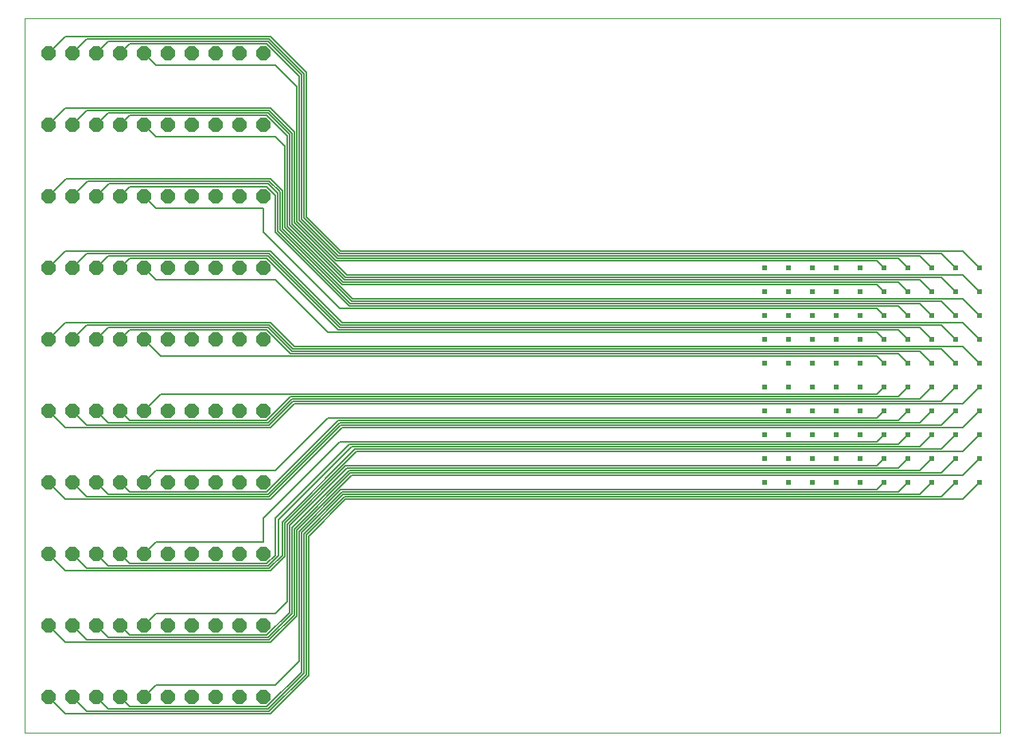
<source format=gbl>
G75*
%MOIN*%
%OFA0B0*%
%FSLAX25Y25*%
%IPPOS*%
%LPD*%
%AMOC8*
5,1,8,0,0,1.08239X$1,22.5*
%
%ADD10C,0.00000*%
%ADD11OC8,0.06000*%
%ADD12C,0.02400*%
%ADD13C,0.00500*%
D10*
X0001000Y0001000D02*
X0001000Y0300961D01*
X0409701Y0300961D01*
X0409701Y0001000D01*
X0001000Y0001000D01*
D11*
X0011000Y0016000D03*
X0021000Y0016000D03*
X0031000Y0016000D03*
X0041000Y0016000D03*
X0051000Y0016000D03*
X0061000Y0016000D03*
X0071000Y0016000D03*
X0081000Y0016000D03*
X0091000Y0016000D03*
X0101000Y0016000D03*
X0101000Y0046000D03*
X0091000Y0046000D03*
X0081000Y0046000D03*
X0071000Y0046000D03*
X0061000Y0046000D03*
X0051000Y0046000D03*
X0041000Y0046000D03*
X0031000Y0046000D03*
X0021000Y0046000D03*
X0011000Y0046000D03*
X0011000Y0076000D03*
X0021000Y0076000D03*
X0031000Y0076000D03*
X0041000Y0076000D03*
X0051000Y0076000D03*
X0061000Y0076000D03*
X0071000Y0076000D03*
X0081000Y0076000D03*
X0091000Y0076000D03*
X0101000Y0076000D03*
X0101000Y0106000D03*
X0091000Y0106000D03*
X0081000Y0106000D03*
X0071000Y0106000D03*
X0061000Y0106000D03*
X0051000Y0106000D03*
X0041000Y0106000D03*
X0031000Y0106000D03*
X0021000Y0106000D03*
X0011000Y0106000D03*
X0011000Y0136000D03*
X0021000Y0136000D03*
X0031000Y0136000D03*
X0041000Y0136000D03*
X0051000Y0136000D03*
X0061000Y0136000D03*
X0071000Y0136000D03*
X0081000Y0136000D03*
X0091000Y0136000D03*
X0101000Y0136000D03*
X0101000Y0166000D03*
X0091000Y0166000D03*
X0081000Y0166000D03*
X0071000Y0166000D03*
X0061000Y0166000D03*
X0051000Y0166000D03*
X0041000Y0166000D03*
X0031000Y0166000D03*
X0021000Y0166000D03*
X0011000Y0166000D03*
X0011000Y0196000D03*
X0021000Y0196000D03*
X0031000Y0196000D03*
X0041000Y0196000D03*
X0051000Y0196000D03*
X0061000Y0196000D03*
X0071000Y0196000D03*
X0081000Y0196000D03*
X0091000Y0196000D03*
X0101000Y0196000D03*
X0101000Y0226000D03*
X0091000Y0226000D03*
X0081000Y0226000D03*
X0071000Y0226000D03*
X0061000Y0226000D03*
X0051000Y0226000D03*
X0041000Y0226000D03*
X0031000Y0226000D03*
X0021000Y0226000D03*
X0011000Y0226000D03*
X0011000Y0256000D03*
X0021000Y0256000D03*
X0031000Y0256000D03*
X0041000Y0256000D03*
X0051000Y0256000D03*
X0061000Y0256000D03*
X0071000Y0256000D03*
X0081000Y0256000D03*
X0091000Y0256000D03*
X0101000Y0256000D03*
X0101000Y0286000D03*
X0091000Y0286000D03*
X0081000Y0286000D03*
X0071000Y0286000D03*
X0061000Y0286000D03*
X0051000Y0286000D03*
X0041000Y0286000D03*
X0031000Y0286000D03*
X0021000Y0286000D03*
X0011000Y0286000D03*
D12*
X0311000Y0196000D03*
X0311000Y0186000D03*
X0311000Y0176000D03*
X0321000Y0176000D03*
X0331000Y0176000D03*
X0341000Y0176000D03*
X0341000Y0186000D03*
X0331000Y0186000D03*
X0321000Y0186000D03*
X0321000Y0196000D03*
X0331000Y0196000D03*
X0341000Y0196000D03*
X0351000Y0196000D03*
X0361000Y0196000D03*
X0361000Y0186000D03*
X0351000Y0186000D03*
X0351000Y0176000D03*
X0361000Y0176000D03*
X0371000Y0176000D03*
X0381000Y0176000D03*
X0391000Y0176000D03*
X0391000Y0186000D03*
X0381000Y0186000D03*
X0371000Y0186000D03*
X0371000Y0196000D03*
X0381000Y0196000D03*
X0391000Y0196000D03*
X0401000Y0196000D03*
X0401000Y0186000D03*
X0401000Y0176000D03*
X0401000Y0166000D03*
X0401000Y0156000D03*
X0401000Y0146000D03*
X0401000Y0136000D03*
X0391000Y0136000D03*
X0381000Y0136000D03*
X0371000Y0136000D03*
X0371000Y0146000D03*
X0381000Y0146000D03*
X0391000Y0146000D03*
X0391000Y0156000D03*
X0381000Y0156000D03*
X0371000Y0156000D03*
X0371000Y0166000D03*
X0381000Y0166000D03*
X0391000Y0166000D03*
X0361000Y0166000D03*
X0351000Y0166000D03*
X0351000Y0156000D03*
X0361000Y0156000D03*
X0361000Y0146000D03*
X0351000Y0146000D03*
X0351000Y0136000D03*
X0361000Y0136000D03*
X0361000Y0126000D03*
X0351000Y0126000D03*
X0351000Y0116000D03*
X0361000Y0116000D03*
X0361000Y0106000D03*
X0351000Y0106000D03*
X0341000Y0106000D03*
X0331000Y0106000D03*
X0321000Y0106000D03*
X0321000Y0116000D03*
X0331000Y0116000D03*
X0341000Y0116000D03*
X0341000Y0126000D03*
X0331000Y0126000D03*
X0321000Y0126000D03*
X0311000Y0126000D03*
X0311000Y0116000D03*
X0311000Y0106000D03*
X0311000Y0136000D03*
X0311000Y0146000D03*
X0311000Y0156000D03*
X0311000Y0166000D03*
X0321000Y0166000D03*
X0331000Y0166000D03*
X0341000Y0166000D03*
X0341000Y0156000D03*
X0331000Y0156000D03*
X0321000Y0156000D03*
X0321000Y0146000D03*
X0331000Y0146000D03*
X0341000Y0146000D03*
X0341000Y0136000D03*
X0331000Y0136000D03*
X0321000Y0136000D03*
X0371000Y0126000D03*
X0381000Y0126000D03*
X0391000Y0126000D03*
X0391000Y0116000D03*
X0381000Y0116000D03*
X0371000Y0116000D03*
X0371000Y0106000D03*
X0381000Y0106000D03*
X0391000Y0106000D03*
X0401000Y0106000D03*
X0401000Y0116000D03*
X0401000Y0126000D03*
D13*
X0394000Y0119000D01*
X0140000Y0119000D01*
X0110000Y0089000D01*
X0110000Y0075000D01*
X0104000Y0069000D01*
X0018000Y0069000D01*
X0011000Y0076000D01*
X0021000Y0076000D02*
X0027000Y0070000D01*
X0103500Y0070000D01*
X0109000Y0075500D01*
X0109000Y0089500D01*
X0139500Y0120000D01*
X0385000Y0120000D01*
X0391000Y0126000D01*
X0394000Y0129000D02*
X0134000Y0129000D01*
X0104000Y0099000D01*
X0018000Y0099000D01*
X0011000Y0106000D01*
X0021000Y0106000D02*
X0027000Y0100000D01*
X0103500Y0100000D01*
X0133500Y0130000D01*
X0385000Y0130000D01*
X0391000Y0136000D01*
X0394000Y0139000D02*
X0114000Y0139000D01*
X0104000Y0129000D01*
X0018000Y0129000D01*
X0011000Y0136000D01*
X0021000Y0136000D02*
X0027000Y0130000D01*
X0103500Y0130000D01*
X0113500Y0140000D01*
X0385000Y0140000D01*
X0391000Y0146000D01*
X0394000Y0139000D02*
X0401000Y0146000D01*
X0401000Y0136000D02*
X0394000Y0129000D01*
X0381000Y0126000D02*
X0376000Y0121000D01*
X0138000Y0121000D01*
X0107500Y0090500D01*
X0107500Y0075500D01*
X0103000Y0071000D01*
X0036000Y0071000D01*
X0031000Y0076000D01*
X0041000Y0076000D02*
X0045000Y0072000D01*
X0102500Y0072000D01*
X0106000Y0075500D01*
X0106000Y0091000D01*
X0137000Y0122000D01*
X0367000Y0122000D01*
X0371000Y0126000D01*
X0376000Y0131000D02*
X0133000Y0131000D01*
X0103000Y0101000D01*
X0036000Y0101000D01*
X0031000Y0106000D01*
X0041000Y0106000D02*
X0045000Y0102000D01*
X0102500Y0102000D01*
X0132500Y0132000D01*
X0367000Y0132000D01*
X0371000Y0136000D01*
X0376000Y0141000D02*
X0113000Y0141000D01*
X0103000Y0131000D01*
X0036000Y0131000D01*
X0031000Y0136000D01*
X0041000Y0136000D02*
X0045000Y0132000D01*
X0102500Y0132000D01*
X0112500Y0142000D01*
X0367000Y0142000D01*
X0371000Y0146000D01*
X0376000Y0141000D02*
X0381000Y0146000D01*
X0381000Y0136000D02*
X0376000Y0131000D01*
X0361000Y0126000D02*
X0358000Y0123000D01*
X0133000Y0123000D01*
X0101000Y0091000D01*
X0101000Y0081000D01*
X0056000Y0081000D01*
X0051000Y0076000D01*
X0056000Y0051000D02*
X0051000Y0046000D01*
X0056000Y0051000D02*
X0106000Y0051000D01*
X0111000Y0056000D01*
X0111000Y0088500D01*
X0135500Y0113000D01*
X0358000Y0113000D01*
X0361000Y0116000D01*
X0367000Y0112000D02*
X0136000Y0112000D01*
X0112000Y0088000D01*
X0112000Y0051500D01*
X0102500Y0042000D01*
X0045000Y0042000D01*
X0041000Y0046000D01*
X0036000Y0041000D02*
X0031000Y0046000D01*
X0036000Y0041000D02*
X0103000Y0041000D01*
X0113000Y0051000D01*
X0113000Y0087000D01*
X0137000Y0111000D01*
X0376000Y0111000D01*
X0381000Y0116000D01*
X0385000Y0110000D02*
X0137500Y0110000D01*
X0114000Y0086500D01*
X0114000Y0050500D01*
X0103500Y0040000D01*
X0027000Y0040000D01*
X0021000Y0046000D01*
X0018000Y0039000D02*
X0011000Y0046000D01*
X0018000Y0039000D02*
X0104000Y0039000D01*
X0115000Y0050000D01*
X0115000Y0086000D01*
X0138000Y0109000D01*
X0394000Y0109000D01*
X0401000Y0116000D01*
X0401000Y0106000D02*
X0394000Y0099000D01*
X0135500Y0099000D01*
X0120000Y0083500D01*
X0120000Y0025000D01*
X0104000Y0009000D01*
X0018000Y0009000D01*
X0011000Y0016000D01*
X0021000Y0016000D02*
X0027000Y0010000D01*
X0103500Y0010000D01*
X0119000Y0025500D01*
X0119000Y0084000D01*
X0135000Y0100000D01*
X0385000Y0100000D01*
X0391000Y0106000D01*
X0385000Y0110000D02*
X0391000Y0116000D01*
X0381000Y0106000D02*
X0376000Y0101000D01*
X0134500Y0101000D01*
X0118000Y0084500D01*
X0118000Y0026000D01*
X0103000Y0011000D01*
X0036000Y0011000D01*
X0031000Y0016000D01*
X0041000Y0016000D02*
X0045000Y0012000D01*
X0102500Y0012000D01*
X0117000Y0026500D01*
X0117000Y0085000D01*
X0134000Y0102000D01*
X0367000Y0102000D01*
X0371000Y0106000D01*
X0367000Y0112000D02*
X0371000Y0116000D01*
X0361000Y0106000D02*
X0358000Y0103000D01*
X0133500Y0103000D01*
X0116000Y0085500D01*
X0116000Y0031000D01*
X0106000Y0021000D01*
X0056000Y0021000D01*
X0051000Y0016000D01*
X0051000Y0106000D02*
X0056000Y0111000D01*
X0106000Y0111000D01*
X0128000Y0133000D01*
X0358000Y0133000D01*
X0361000Y0136000D01*
X0358000Y0143000D02*
X0058000Y0143000D01*
X0051000Y0136000D01*
X0058000Y0159000D02*
X0051000Y0166000D01*
X0045000Y0170000D02*
X0041000Y0166000D01*
X0045000Y0170000D02*
X0102500Y0170000D01*
X0112500Y0160000D01*
X0367000Y0160000D01*
X0371000Y0156000D01*
X0376000Y0161000D02*
X0113000Y0161000D01*
X0103000Y0171000D01*
X0036000Y0171000D01*
X0031000Y0166000D01*
X0027000Y0172000D02*
X0021000Y0166000D01*
X0018000Y0173000D02*
X0011000Y0166000D01*
X0018000Y0173000D02*
X0104000Y0173000D01*
X0114000Y0163000D01*
X0394000Y0163000D01*
X0401000Y0156000D01*
X0401000Y0166000D02*
X0394000Y0173000D01*
X0134000Y0173000D01*
X0104000Y0203000D01*
X0018000Y0203000D01*
X0011000Y0196000D01*
X0021000Y0196000D02*
X0027000Y0202000D01*
X0103500Y0202000D01*
X0133500Y0172000D01*
X0385000Y0172000D01*
X0391000Y0166000D01*
X0385000Y0162000D02*
X0113500Y0162000D01*
X0103500Y0172000D01*
X0027000Y0172000D01*
X0058000Y0159000D02*
X0358000Y0159000D01*
X0361000Y0156000D01*
X0361000Y0146000D02*
X0358000Y0143000D01*
X0376000Y0161000D02*
X0381000Y0156000D01*
X0385000Y0162000D02*
X0391000Y0156000D01*
X0381000Y0166000D02*
X0376000Y0171000D01*
X0133000Y0171000D01*
X0103000Y0201000D01*
X0036000Y0201000D01*
X0031000Y0196000D01*
X0041000Y0196000D02*
X0045000Y0200000D01*
X0102500Y0200000D01*
X0132500Y0170000D01*
X0367000Y0170000D01*
X0371000Y0166000D01*
X0361000Y0166000D02*
X0358000Y0169000D01*
X0128000Y0169000D01*
X0106000Y0191000D01*
X0056000Y0191000D01*
X0051000Y0196000D01*
X0056000Y0221000D02*
X0051000Y0226000D01*
X0056000Y0221000D02*
X0101000Y0221000D01*
X0101000Y0211000D01*
X0133000Y0179000D01*
X0358000Y0179000D01*
X0361000Y0176000D01*
X0367000Y0180000D02*
X0137000Y0180000D01*
X0106000Y0211000D01*
X0106000Y0226500D01*
X0102500Y0230000D01*
X0045000Y0230000D01*
X0041000Y0226000D01*
X0036500Y0231500D02*
X0031000Y0226000D01*
X0027500Y0232500D02*
X0021000Y0226000D01*
X0018500Y0233500D02*
X0011000Y0226000D01*
X0018500Y0233500D02*
X0104000Y0233500D01*
X0109000Y0228500D01*
X0109000Y0212500D01*
X0138500Y0183000D01*
X0394000Y0183000D01*
X0401000Y0176000D01*
X0401000Y0186000D02*
X0394000Y0193000D01*
X0136000Y0193000D01*
X0114000Y0215000D01*
X0114000Y0253000D01*
X0104000Y0263000D01*
X0018000Y0263000D01*
X0011000Y0256000D01*
X0021000Y0256000D02*
X0027000Y0262000D01*
X0103500Y0262000D01*
X0113000Y0252500D01*
X0113000Y0214500D01*
X0135500Y0192000D01*
X0385000Y0192000D01*
X0391000Y0186000D01*
X0385000Y0182000D02*
X0138000Y0182000D01*
X0108000Y0212000D01*
X0108000Y0228000D01*
X0103500Y0232500D01*
X0027500Y0232500D01*
X0036500Y0231500D02*
X0103000Y0231500D01*
X0107000Y0227500D01*
X0107000Y0211500D01*
X0137500Y0181000D01*
X0376000Y0181000D01*
X0381000Y0176000D01*
X0385000Y0182000D02*
X0391000Y0176000D01*
X0381000Y0186000D02*
X0376000Y0191000D01*
X0135000Y0191000D01*
X0112000Y0214000D01*
X0112000Y0252000D01*
X0103000Y0261000D01*
X0036000Y0261000D01*
X0031000Y0256000D01*
X0041000Y0256000D02*
X0045000Y0260000D01*
X0102500Y0260000D01*
X0111000Y0251500D01*
X0111000Y0213500D01*
X0134500Y0190000D01*
X0367000Y0190000D01*
X0371000Y0186000D01*
X0367000Y0180000D02*
X0371000Y0176000D01*
X0361000Y0186000D02*
X0358000Y0189000D01*
X0134000Y0189000D01*
X0110000Y0213000D01*
X0110000Y0247000D01*
X0106000Y0251000D01*
X0056000Y0251000D01*
X0051000Y0256000D01*
X0056000Y0281000D02*
X0051000Y0286000D01*
X0056000Y0281000D02*
X0106000Y0281000D01*
X0115000Y0272000D01*
X0115000Y0215500D01*
X0131500Y0199000D01*
X0358000Y0199000D01*
X0361000Y0196000D01*
X0367000Y0200000D02*
X0132000Y0200000D01*
X0116000Y0216000D01*
X0116000Y0276500D01*
X0102500Y0290000D01*
X0045000Y0290000D01*
X0041000Y0286000D01*
X0036000Y0291000D02*
X0031000Y0286000D01*
X0036000Y0291000D02*
X0103000Y0291000D01*
X0117000Y0277000D01*
X0117000Y0216500D01*
X0132500Y0201000D01*
X0376000Y0201000D01*
X0381000Y0196000D01*
X0385000Y0202000D02*
X0133000Y0202000D01*
X0118000Y0217000D01*
X0118000Y0277500D01*
X0103500Y0292000D01*
X0027000Y0292000D01*
X0021000Y0286000D01*
X0018000Y0293000D02*
X0011000Y0286000D01*
X0018000Y0293000D02*
X0104000Y0293000D01*
X0119000Y0278000D01*
X0119000Y0217500D01*
X0133500Y0203000D01*
X0394000Y0203000D01*
X0401000Y0196000D01*
X0391000Y0196000D02*
X0385000Y0202000D01*
X0371000Y0196000D02*
X0367000Y0200000D01*
M02*

</source>
